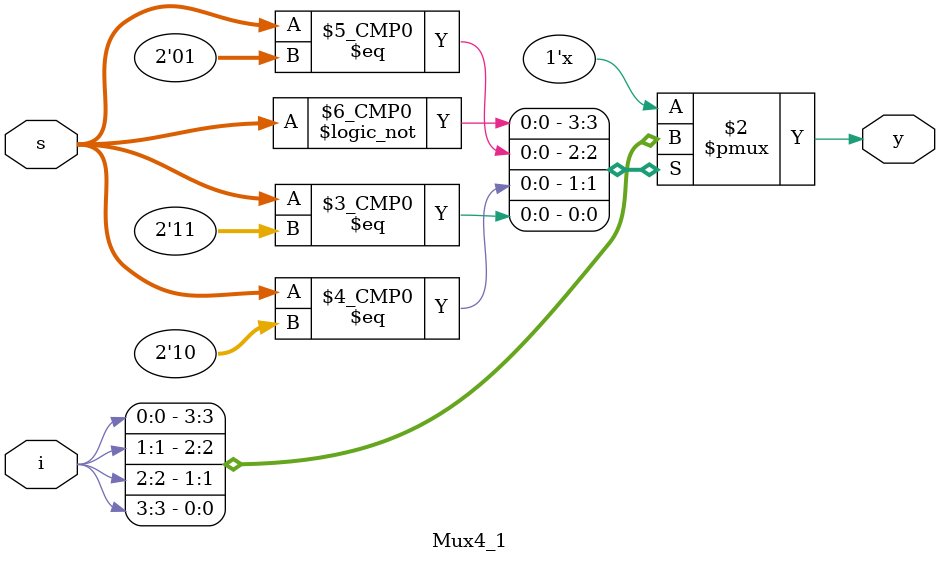
<source format=v>
module Mux4_1(y,s,i);
output reg y;
input [1:0] s;
input [3:0] i;

always@(*) begin
case(s) 
2'b00: y=i[0];
2'b01: y=i[1];
2'b10: y=i[2];
2'b11: y=i[3];
endcase
end 
endmodule



</source>
